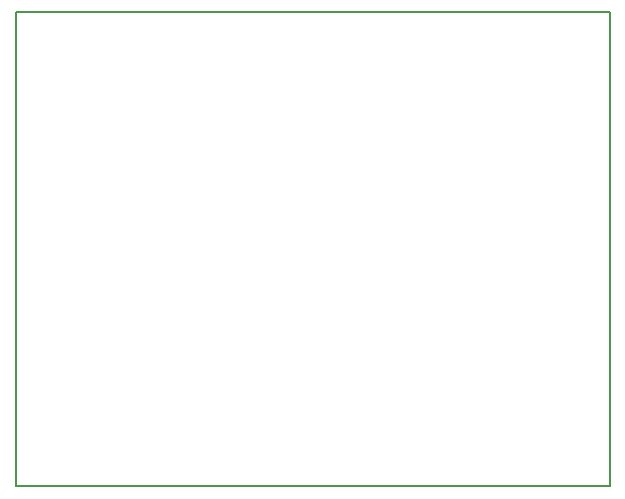
<source format=gbr>
G04 #@! TF.FileFunction,Profile,NP*
%FSLAX46Y46*%
G04 Gerber Fmt 4.6, Leading zero omitted, Abs format (unit mm)*
G04 Created by KiCad (PCBNEW (2016-09-17 revision 679eef1)-makepkg) date 09/26/16 15:43:46*
%MOMM*%
%LPD*%
G01*
G04 APERTURE LIST*
%ADD10C,0.500000*%
%ADD11C,0.150000*%
G04 APERTURE END LIST*
D10*
D11*
X254000Y254000D02*
X254000Y40386000D01*
X50546000Y254000D02*
X254000Y254000D01*
X50546000Y40386000D02*
X50546000Y254000D01*
X254000Y40386000D02*
X50546000Y40386000D01*
M02*

</source>
